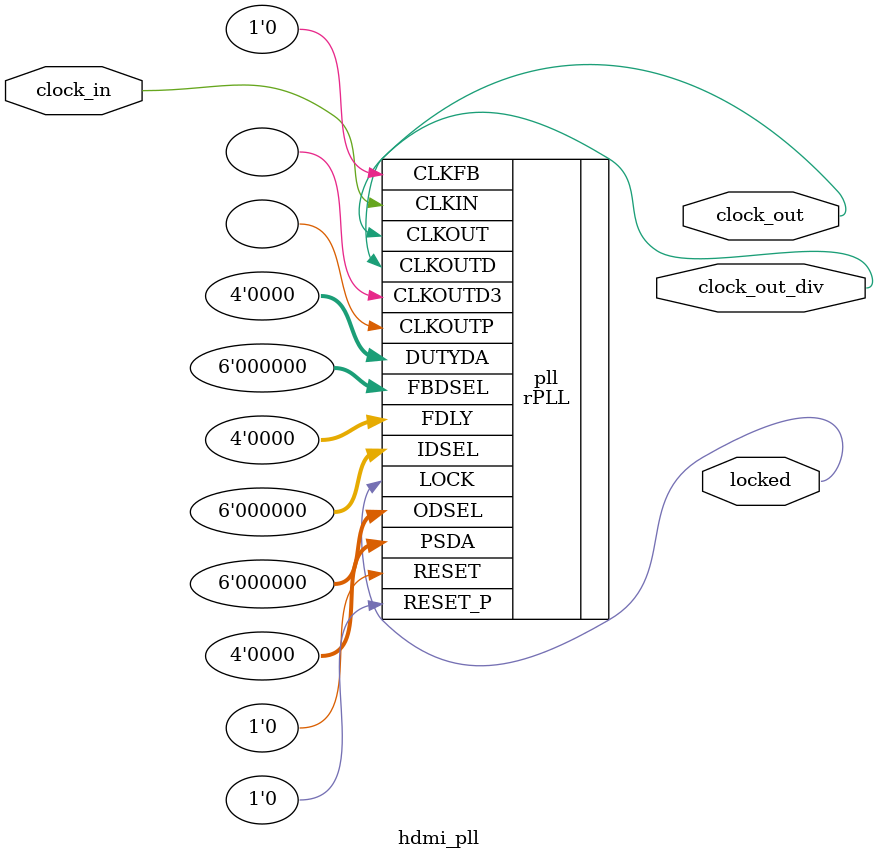
<source format=v>
/**
 * PLL configuration
 *
 * This Verilog module was generated automatically
 * using the gowin-pll tool.
 * Use at your own risk.
 *
 * Target-Device:                GW2A-18 C8/I7
 * Given input frequency:        27.000 MHz
 * Requested output frequency:   126.000 MHz
 * Achieved output frequency:    126.000 MHz
 */

module hdmi_pll (
    input  clock_in,
    output clock_out,
    output clock_out_div,
    output locked
);

  rPLL #(
      .FCLKIN("27"),
      // PFD = CLKIN / IDIV = CLKOUT / FBDIV
      // CLKOUT = (CLKIN * FBDIV) / IDIV
      // VCO = CLKOUT * ODIV
      .IDIV_SEL(2),  // -> PFD = 9.0 MHz (range: 3-500 MHz)
      .FBDIV_SEL(13),  // -> CLKOUT = 126.0 MHz (range: 3.90625-625 MHz)
      .ODIV_SEL(4),  // -> VCO = 504.0 MHz (range: 500-1250 MHz)
      .PSDA_SEL(4'b0000),
      .DYN_SDIV_SEL(5)
  ) pll (
      .CLKOUTP(),
      .CLKOUTD(clock_out_div),  // 25.200 MHz
      .CLKOUTD3(),
      .RESET(1'b0),
      .RESET_P(1'b0),
      .CLKFB(1'b0),
      .FBDSEL(6'b0),
      .IDSEL(6'b0),
      .ODSEL(6'b0),
      .PSDA(4'b0),
      .DUTYDA(4'b0),
      .FDLY(4'b0),
      .CLKIN(clock_in),  // 27 MHz
      .CLKOUT(clock_out),  // 126.0 MHz
      .LOCK(locked)
  );

endmodule

</source>
